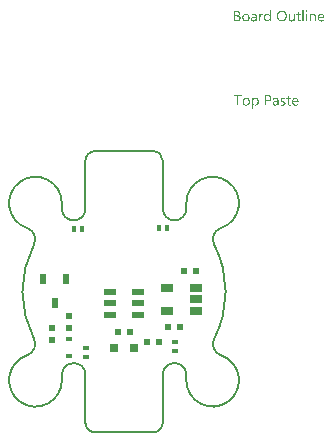
<source format=gtp>
G04*
G04 #@! TF.GenerationSoftware,Altium Limited,Altium Designer,21.8.1 (53)*
G04*
G04 Layer_Color=8421504*
%FSAX25Y25*%
%MOIN*%
G70*
G04*
G04 #@! TF.SameCoordinates,3D78823A-5127-4E2D-B847-EBBA5DFBE1E7*
G04*
G04*
G04 #@! TF.FilePolarity,Positive*
G04*
G01*
G75*
%ADD13C,0.00787*%
%ADD14R,0.03937X0.02362*%
%ADD15R,0.01968X0.02165*%
%ADD16R,0.01968X0.02165*%
%ADD17R,0.02165X0.01968*%
%ADD18R,0.02165X0.01968*%
%ADD19R,0.02362X0.03543*%
%ADD20R,0.01280X0.02461*%
%ADD21R,0.02461X0.01280*%
%ADD22R,0.02362X0.01575*%
%ADD23R,0.03937X0.02756*%
%ADD24R,0.02756X0.02756*%
G36*
X0060922Y0119764D02*
X0060946D01*
X0061002Y0119739D01*
X0061033Y0119720D01*
X0061064Y0119695D01*
X0061070Y0119689D01*
X0061076Y0119683D01*
X0061107Y0119646D01*
X0061132Y0119584D01*
X0061138Y0119547D01*
X0061145Y0119510D01*
Y0119503D01*
Y0119491D01*
X0061138Y0119473D01*
X0061132Y0119448D01*
X0061114Y0119386D01*
X0061089Y0119355D01*
X0061064Y0119324D01*
X0061058D01*
X0061052Y0119312D01*
X0061014Y0119287D01*
X0060959Y0119262D01*
X0060922Y0119256D01*
X0060884Y0119250D01*
X0060866D01*
X0060847Y0119256D01*
X0060823D01*
X0060761Y0119281D01*
X0060730Y0119293D01*
X0060699Y0119318D01*
Y0119324D01*
X0060686Y0119330D01*
X0060674Y0119349D01*
X0060662Y0119367D01*
X0060637Y0119429D01*
X0060631Y0119466D01*
X0060625Y0119510D01*
Y0119516D01*
Y0119528D01*
X0060631Y0119547D01*
X0060637Y0119578D01*
X0060655Y0119633D01*
X0060674Y0119665D01*
X0060699Y0119695D01*
X0060705Y0119702D01*
X0060711Y0119708D01*
X0060748Y0119733D01*
X0060810Y0119757D01*
X0060847Y0119770D01*
X0060903D01*
X0060922Y0119764D01*
D02*
G37*
G36*
X0048932Y0116099D02*
X0048529D01*
Y0116520D01*
X0048517D01*
Y0116514D01*
X0048504Y0116501D01*
X0048486Y0116477D01*
X0048467Y0116446D01*
X0048436Y0116409D01*
X0048399Y0116371D01*
X0048356Y0116328D01*
X0048307Y0116285D01*
X0048251Y0116235D01*
X0048183Y0116192D01*
X0048115Y0116155D01*
X0048034Y0116118D01*
X0047954Y0116087D01*
X0047861Y0116062D01*
X0047762Y0116050D01*
X0047657Y0116043D01*
X0047613D01*
X0047576Y0116050D01*
X0047539Y0116056D01*
X0047489Y0116062D01*
X0047384Y0116087D01*
X0047260Y0116124D01*
X0047137Y0116186D01*
X0047069Y0116223D01*
X0047013Y0116266D01*
X0046951Y0116322D01*
X0046895Y0116378D01*
Y0116384D01*
X0046883Y0116396D01*
X0046870Y0116415D01*
X0046852Y0116439D01*
X0046833Y0116470D01*
X0046808Y0116514D01*
X0046784Y0116563D01*
X0046759Y0116619D01*
X0046728Y0116681D01*
X0046703Y0116749D01*
X0046679Y0116823D01*
X0046660Y0116904D01*
X0046641Y0116990D01*
X0046629Y0117089D01*
X0046623Y0117189D01*
X0046617Y0117294D01*
Y0117300D01*
Y0117318D01*
Y0117356D01*
X0046623Y0117399D01*
X0046629Y0117448D01*
X0046635Y0117510D01*
X0046641Y0117578D01*
X0046654Y0117653D01*
X0046691Y0117814D01*
X0046747Y0117981D01*
X0046784Y0118061D01*
X0046827Y0118142D01*
X0046870Y0118216D01*
X0046926Y0118290D01*
X0046932Y0118297D01*
X0046938Y0118309D01*
X0046957Y0118327D01*
X0046982Y0118352D01*
X0047013Y0118377D01*
X0047056Y0118408D01*
X0047099Y0118445D01*
X0047149Y0118482D01*
X0047273Y0118550D01*
X0047415Y0118612D01*
X0047496Y0118631D01*
X0047582Y0118649D01*
X0047669Y0118662D01*
X0047768Y0118668D01*
X0047818D01*
X0047855Y0118662D01*
X0047892Y0118656D01*
X0047941Y0118649D01*
X0048053Y0118618D01*
X0048177Y0118569D01*
X0048238Y0118538D01*
X0048300Y0118495D01*
X0048362Y0118451D01*
X0048418Y0118395D01*
X0048467Y0118334D01*
X0048517Y0118259D01*
X0048529D01*
Y0119819D01*
X0048932D01*
Y0116099D01*
D02*
G37*
G36*
X0063200Y0118662D02*
X0063274Y0118656D01*
X0063367Y0118637D01*
X0063466Y0118606D01*
X0063571Y0118556D01*
X0063676Y0118488D01*
X0063720Y0118451D01*
X0063763Y0118402D01*
X0063775Y0118389D01*
X0063800Y0118352D01*
X0063831Y0118290D01*
X0063874Y0118204D01*
X0063911Y0118098D01*
X0063949Y0117968D01*
X0063973Y0117814D01*
X0063980Y0117634D01*
Y0116099D01*
X0063577D01*
Y0117529D01*
Y0117535D01*
Y0117566D01*
X0063571Y0117603D01*
Y0117653D01*
X0063559Y0117715D01*
X0063546Y0117783D01*
X0063528Y0117857D01*
X0063503Y0117931D01*
X0063472Y0118006D01*
X0063435Y0118074D01*
X0063385Y0118142D01*
X0063330Y0118204D01*
X0063268Y0118253D01*
X0063187Y0118290D01*
X0063101Y0118321D01*
X0062995Y0118327D01*
X0062983D01*
X0062946Y0118321D01*
X0062890Y0118315D01*
X0062822Y0118297D01*
X0062742Y0118272D01*
X0062655Y0118228D01*
X0062574Y0118173D01*
X0062494Y0118098D01*
X0062488Y0118086D01*
X0062463Y0118061D01*
X0062432Y0118012D01*
X0062395Y0117944D01*
X0062358Y0117863D01*
X0062327Y0117764D01*
X0062302Y0117653D01*
X0062296Y0117529D01*
Y0116099D01*
X0061893D01*
Y0118612D01*
X0062296D01*
Y0118191D01*
X0062308D01*
X0062314Y0118197D01*
X0062321Y0118210D01*
X0062339Y0118235D01*
X0062364Y0118265D01*
X0062389Y0118303D01*
X0062426Y0118340D01*
X0062469Y0118383D01*
X0062519Y0118433D01*
X0062574Y0118476D01*
X0062636Y0118519D01*
X0062704Y0118556D01*
X0062779Y0118594D01*
X0062853Y0118624D01*
X0062940Y0118649D01*
X0063033Y0118662D01*
X0063131Y0118668D01*
X0063169D01*
X0063200Y0118662D01*
D02*
G37*
G36*
X0046202Y0118649D02*
X0046276Y0118643D01*
X0046319Y0118631D01*
X0046350Y0118618D01*
Y0118204D01*
X0046344Y0118210D01*
X0046332Y0118216D01*
X0046307Y0118228D01*
X0046276Y0118247D01*
X0046233Y0118259D01*
X0046177Y0118272D01*
X0046115Y0118278D01*
X0046047Y0118284D01*
X0046035D01*
X0046004Y0118278D01*
X0045954Y0118272D01*
X0045899Y0118253D01*
X0045824Y0118222D01*
X0045756Y0118179D01*
X0045682Y0118117D01*
X0045614Y0118036D01*
X0045608Y0118024D01*
X0045589Y0117993D01*
X0045558Y0117938D01*
X0045527Y0117863D01*
X0045496Y0117770D01*
X0045465Y0117653D01*
X0045447Y0117523D01*
X0045441Y0117374D01*
Y0116099D01*
X0045038D01*
Y0118612D01*
X0045441D01*
Y0118092D01*
X0045453D01*
Y0118098D01*
X0045459Y0118105D01*
X0045471Y0118135D01*
X0045490Y0118185D01*
X0045521Y0118247D01*
X0045552Y0118309D01*
X0045601Y0118377D01*
X0045651Y0118445D01*
X0045713Y0118507D01*
X0045719Y0118513D01*
X0045744Y0118532D01*
X0045781Y0118556D01*
X0045831Y0118581D01*
X0045886Y0118606D01*
X0045954Y0118631D01*
X0046029Y0118649D01*
X0046109Y0118656D01*
X0046165D01*
X0046202Y0118649D01*
D02*
G37*
G36*
X0056941Y0116099D02*
X0056539D01*
Y0116495D01*
X0056527D01*
Y0116489D01*
X0056514Y0116477D01*
X0056502Y0116452D01*
X0056477Y0116427D01*
X0056422Y0116353D01*
X0056335Y0116272D01*
X0056285Y0116229D01*
X0056230Y0116186D01*
X0056168Y0116149D01*
X0056094Y0116111D01*
X0056019Y0116087D01*
X0055939Y0116062D01*
X0055846Y0116050D01*
X0055753Y0116043D01*
X0055716D01*
X0055673Y0116050D01*
X0055611Y0116062D01*
X0055543Y0116074D01*
X0055468Y0116099D01*
X0055388Y0116130D01*
X0055307Y0116180D01*
X0055221Y0116235D01*
X0055140Y0116303D01*
X0055066Y0116390D01*
X0054998Y0116495D01*
X0054936Y0116613D01*
X0054893Y0116755D01*
X0054868Y0116922D01*
X0054856Y0117009D01*
Y0117108D01*
Y0118612D01*
X0055252D01*
Y0117170D01*
Y0117164D01*
Y0117139D01*
X0055258Y0117096D01*
X0055264Y0117046D01*
X0055270Y0116984D01*
X0055283Y0116922D01*
X0055301Y0116848D01*
X0055326Y0116774D01*
X0055363Y0116700D01*
X0055400Y0116631D01*
X0055450Y0116563D01*
X0055512Y0116501D01*
X0055580Y0116452D01*
X0055660Y0116415D01*
X0055759Y0116384D01*
X0055864Y0116378D01*
X0055877D01*
X0055914Y0116384D01*
X0055970Y0116390D01*
X0056032Y0116402D01*
X0056112Y0116433D01*
X0056192Y0116470D01*
X0056273Y0116520D01*
X0056347Y0116594D01*
X0056353Y0116607D01*
X0056378Y0116631D01*
X0056409Y0116681D01*
X0056446Y0116749D01*
X0056477Y0116829D01*
X0056508Y0116929D01*
X0056533Y0117040D01*
X0056539Y0117164D01*
Y0118612D01*
X0056941D01*
Y0116099D01*
D02*
G37*
G36*
X0061076D02*
X0060674D01*
Y0118612D01*
X0061076D01*
Y0116099D01*
D02*
G37*
G36*
X0059857D02*
X0059455D01*
Y0119819D01*
X0059857D01*
Y0116099D01*
D02*
G37*
G36*
X0043478Y0118662D02*
X0043534Y0118656D01*
X0043602Y0118637D01*
X0043676Y0118618D01*
X0043757Y0118587D01*
X0043843Y0118550D01*
X0043924Y0118501D01*
X0044004Y0118439D01*
X0044079Y0118365D01*
X0044147Y0118272D01*
X0044203Y0118166D01*
X0044246Y0118043D01*
X0044271Y0117900D01*
X0044283Y0117733D01*
Y0116099D01*
X0043881D01*
Y0116489D01*
X0043868D01*
Y0116483D01*
X0043856Y0116470D01*
X0043843Y0116446D01*
X0043819Y0116421D01*
X0043757Y0116347D01*
X0043676Y0116266D01*
X0043565Y0116186D01*
X0043435Y0116111D01*
X0043354Y0116087D01*
X0043274Y0116062D01*
X0043187Y0116050D01*
X0043095Y0116043D01*
X0043057D01*
X0043033Y0116050D01*
X0042965Y0116056D01*
X0042884Y0116068D01*
X0042785Y0116093D01*
X0042692Y0116124D01*
X0042593Y0116173D01*
X0042506Y0116235D01*
X0042500Y0116248D01*
X0042476Y0116272D01*
X0042438Y0116316D01*
X0042401Y0116378D01*
X0042364Y0116452D01*
X0042327Y0116539D01*
X0042302Y0116644D01*
X0042296Y0116761D01*
Y0116768D01*
Y0116792D01*
X0042302Y0116829D01*
X0042308Y0116873D01*
X0042321Y0116929D01*
X0042339Y0116990D01*
X0042364Y0117059D01*
X0042401Y0117127D01*
X0042445Y0117201D01*
X0042500Y0117275D01*
X0042568Y0117343D01*
X0042649Y0117405D01*
X0042742Y0117467D01*
X0042853Y0117517D01*
X0042977Y0117554D01*
X0043125Y0117585D01*
X0043881Y0117690D01*
Y0117696D01*
Y0117715D01*
X0043874Y0117752D01*
Y0117789D01*
X0043862Y0117838D01*
X0043856Y0117894D01*
X0043819Y0118012D01*
X0043788Y0118068D01*
X0043757Y0118123D01*
X0043714Y0118179D01*
X0043664Y0118228D01*
X0043602Y0118272D01*
X0043534Y0118303D01*
X0043453Y0118321D01*
X0043361Y0118327D01*
X0043317D01*
X0043286Y0118321D01*
X0043243D01*
X0043200Y0118309D01*
X0043088Y0118290D01*
X0042965Y0118253D01*
X0042828Y0118197D01*
X0042754Y0118160D01*
X0042686Y0118123D01*
X0042612Y0118074D01*
X0042544Y0118018D01*
Y0118433D01*
X0042550D01*
X0042562Y0118445D01*
X0042581Y0118457D01*
X0042612Y0118470D01*
X0042643Y0118488D01*
X0042686Y0118507D01*
X0042735Y0118526D01*
X0042791Y0118550D01*
X0042915Y0118594D01*
X0043064Y0118631D01*
X0043224Y0118656D01*
X0043398Y0118668D01*
X0043435D01*
X0043478Y0118662D01*
D02*
G37*
G36*
X0037790Y0119609D02*
X0037833D01*
X0037876Y0119603D01*
X0037975Y0119590D01*
X0038093Y0119559D01*
X0038217Y0119522D01*
X0038334Y0119466D01*
X0038440Y0119392D01*
X0038446D01*
X0038452Y0119380D01*
X0038483Y0119355D01*
X0038526Y0119305D01*
X0038576Y0119237D01*
X0038619Y0119151D01*
X0038662Y0119052D01*
X0038693Y0118940D01*
X0038706Y0118878D01*
Y0118810D01*
Y0118804D01*
Y0118798D01*
Y0118761D01*
X0038700Y0118705D01*
X0038687Y0118637D01*
X0038669Y0118550D01*
X0038638Y0118464D01*
X0038601Y0118377D01*
X0038545Y0118290D01*
X0038539Y0118278D01*
X0038514Y0118253D01*
X0038477Y0118216D01*
X0038427Y0118166D01*
X0038365Y0118117D01*
X0038291Y0118061D01*
X0038198Y0118018D01*
X0038099Y0117975D01*
Y0117968D01*
X0038118D01*
X0038136Y0117962D01*
X0038155Y0117956D01*
X0038223Y0117944D01*
X0038303Y0117919D01*
X0038390Y0117882D01*
X0038483Y0117838D01*
X0038576Y0117777D01*
X0038662Y0117696D01*
X0038675Y0117684D01*
X0038700Y0117653D01*
X0038730Y0117609D01*
X0038774Y0117541D01*
X0038811Y0117455D01*
X0038848Y0117356D01*
X0038873Y0117238D01*
X0038879Y0117108D01*
Y0117102D01*
Y0117089D01*
Y0117065D01*
X0038873Y0117034D01*
X0038867Y0116997D01*
X0038860Y0116953D01*
X0038836Y0116848D01*
X0038799Y0116730D01*
X0038743Y0116607D01*
X0038706Y0116551D01*
X0038662Y0116489D01*
X0038607Y0116433D01*
X0038551Y0116378D01*
X0038545D01*
X0038539Y0116365D01*
X0038520Y0116353D01*
X0038495Y0116334D01*
X0038464Y0116316D01*
X0038421Y0116291D01*
X0038328Y0116241D01*
X0038211Y0116186D01*
X0038074Y0116142D01*
X0037914Y0116111D01*
X0037833Y0116105D01*
X0037740Y0116099D01*
X0036713D01*
Y0119615D01*
X0037759D01*
X0037790Y0119609D01*
D02*
G37*
G36*
X0058285Y0118612D02*
X0058922D01*
Y0118265D01*
X0058285D01*
Y0116848D01*
Y0116836D01*
Y0116805D01*
X0058291Y0116761D01*
X0058297Y0116706D01*
X0058322Y0116588D01*
X0058340Y0116532D01*
X0058371Y0116489D01*
X0058378Y0116483D01*
X0058390Y0116470D01*
X0058408Y0116458D01*
X0058439Y0116439D01*
X0058477Y0116415D01*
X0058526Y0116402D01*
X0058588Y0116390D01*
X0058656Y0116384D01*
X0058681D01*
X0058712Y0116390D01*
X0058749Y0116396D01*
X0058836Y0116421D01*
X0058879Y0116439D01*
X0058922Y0116464D01*
Y0116118D01*
X0058916D01*
X0058898Y0116105D01*
X0058867Y0116099D01*
X0058823Y0116087D01*
X0058768Y0116074D01*
X0058706Y0116062D01*
X0058631Y0116056D01*
X0058545Y0116050D01*
X0058514D01*
X0058483Y0116056D01*
X0058439Y0116062D01*
X0058390Y0116074D01*
X0058334Y0116087D01*
X0058279Y0116111D01*
X0058217Y0116142D01*
X0058155Y0116180D01*
X0058093Y0116229D01*
X0058037Y0116285D01*
X0057988Y0116359D01*
X0057944Y0116439D01*
X0057913Y0116539D01*
X0057889Y0116650D01*
X0057882Y0116780D01*
Y0118265D01*
X0057455D01*
Y0118612D01*
X0057882D01*
Y0119225D01*
X0058285Y0119355D01*
Y0118612D01*
D02*
G37*
G36*
X0065812Y0118662D02*
X0065855Y0118656D01*
X0065898Y0118649D01*
X0066010Y0118631D01*
X0066134Y0118587D01*
X0066258Y0118532D01*
X0066319Y0118495D01*
X0066381Y0118451D01*
X0066437Y0118402D01*
X0066493Y0118346D01*
X0066499Y0118340D01*
X0066505Y0118334D01*
X0066517Y0118315D01*
X0066536Y0118290D01*
X0066555Y0118253D01*
X0066579Y0118216D01*
X0066604Y0118173D01*
X0066629Y0118117D01*
X0066654Y0118055D01*
X0066678Y0117993D01*
X0066703Y0117919D01*
X0066722Y0117838D01*
X0066740Y0117752D01*
X0066753Y0117665D01*
X0066765Y0117566D01*
Y0117461D01*
Y0117250D01*
X0064988D01*
Y0117244D01*
Y0117232D01*
Y0117213D01*
X0064995Y0117182D01*
X0065001Y0117145D01*
Y0117108D01*
X0065020Y0117009D01*
X0065050Y0116910D01*
X0065087Y0116798D01*
X0065143Y0116693D01*
X0065211Y0116600D01*
X0065224Y0116588D01*
X0065249Y0116563D01*
X0065298Y0116532D01*
X0065366Y0116489D01*
X0065453Y0116446D01*
X0065552Y0116415D01*
X0065669Y0116390D01*
X0065806Y0116378D01*
X0065849D01*
X0065880Y0116384D01*
X0065917D01*
X0065960Y0116390D01*
X0066066Y0116415D01*
X0066183Y0116446D01*
X0066313Y0116495D01*
X0066449Y0116563D01*
X0066517Y0116607D01*
X0066585Y0116656D01*
Y0116279D01*
X0066579D01*
X0066573Y0116266D01*
X0066555Y0116260D01*
X0066524Y0116241D01*
X0066493Y0116223D01*
X0066456Y0116204D01*
X0066406Y0116186D01*
X0066356Y0116161D01*
X0066295Y0116136D01*
X0066227Y0116118D01*
X0066078Y0116080D01*
X0065905Y0116056D01*
X0065713Y0116043D01*
X0065663D01*
X0065626Y0116050D01*
X0065583Y0116056D01*
X0065527Y0116062D01*
X0065409Y0116087D01*
X0065273Y0116124D01*
X0065137Y0116186D01*
X0065069Y0116229D01*
X0065001Y0116272D01*
X0064939Y0116322D01*
X0064877Y0116384D01*
X0064871Y0116390D01*
X0064865Y0116402D01*
X0064852Y0116421D01*
X0064828Y0116446D01*
X0064809Y0116483D01*
X0064784Y0116526D01*
X0064753Y0116576D01*
X0064728Y0116631D01*
X0064698Y0116693D01*
X0064673Y0116768D01*
X0064642Y0116848D01*
X0064623Y0116935D01*
X0064605Y0117027D01*
X0064586Y0117127D01*
X0064580Y0117232D01*
X0064574Y0117343D01*
Y0117349D01*
Y0117368D01*
Y0117399D01*
X0064580Y0117442D01*
X0064586Y0117492D01*
X0064592Y0117548D01*
X0064599Y0117616D01*
X0064617Y0117684D01*
X0064654Y0117832D01*
X0064710Y0117993D01*
X0064747Y0118074D01*
X0064797Y0118148D01*
X0064846Y0118228D01*
X0064902Y0118297D01*
X0064908Y0118303D01*
X0064920Y0118315D01*
X0064939Y0118334D01*
X0064964Y0118352D01*
X0064995Y0118383D01*
X0065032Y0118414D01*
X0065081Y0118445D01*
X0065131Y0118482D01*
X0065249Y0118550D01*
X0065391Y0118612D01*
X0065471Y0118631D01*
X0065552Y0118649D01*
X0065639Y0118662D01*
X0065731Y0118668D01*
X0065781D01*
X0065812Y0118662D01*
D02*
G37*
G36*
X0052769Y0119671D02*
X0052831Y0119665D01*
X0052906Y0119652D01*
X0052986Y0119633D01*
X0053073Y0119615D01*
X0053159Y0119590D01*
X0053259Y0119559D01*
X0053351Y0119516D01*
X0053450Y0119466D01*
X0053549Y0119411D01*
X0053642Y0119343D01*
X0053735Y0119268D01*
X0053822Y0119182D01*
X0053828Y0119176D01*
X0053840Y0119157D01*
X0053865Y0119132D01*
X0053890Y0119095D01*
X0053927Y0119045D01*
X0053964Y0118984D01*
X0054001Y0118915D01*
X0054045Y0118841D01*
X0054088Y0118748D01*
X0054125Y0118656D01*
X0054162Y0118550D01*
X0054199Y0118433D01*
X0054224Y0118315D01*
X0054249Y0118185D01*
X0054261Y0118043D01*
X0054267Y0117900D01*
Y0117888D01*
Y0117863D01*
Y0117820D01*
X0054261Y0117758D01*
X0054255Y0117684D01*
X0054243Y0117603D01*
X0054230Y0117510D01*
X0054212Y0117405D01*
X0054187Y0117300D01*
X0054156Y0117189D01*
X0054119Y0117077D01*
X0054075Y0116966D01*
X0054020Y0116848D01*
X0053958Y0116743D01*
X0053890Y0116638D01*
X0053809Y0116539D01*
X0053803Y0116532D01*
X0053791Y0116520D01*
X0053760Y0116495D01*
X0053729Y0116464D01*
X0053679Y0116421D01*
X0053624Y0116384D01*
X0053562Y0116334D01*
X0053487Y0116291D01*
X0053407Y0116248D01*
X0053314Y0116198D01*
X0053215Y0116161D01*
X0053104Y0116124D01*
X0052986Y0116087D01*
X0052862Y0116062D01*
X0052732Y0116050D01*
X0052590Y0116043D01*
X0052559D01*
X0052516Y0116050D01*
X0052466D01*
X0052404Y0116056D01*
X0052330Y0116068D01*
X0052249Y0116087D01*
X0052157Y0116105D01*
X0052064Y0116130D01*
X0051965Y0116161D01*
X0051866Y0116204D01*
X0051767Y0116248D01*
X0051668Y0116303D01*
X0051569Y0116371D01*
X0051476Y0116446D01*
X0051389Y0116532D01*
X0051383Y0116539D01*
X0051371Y0116557D01*
X0051346Y0116582D01*
X0051321Y0116619D01*
X0051284Y0116668D01*
X0051247Y0116730D01*
X0051210Y0116798D01*
X0051166Y0116879D01*
X0051123Y0116966D01*
X0051086Y0117059D01*
X0051049Y0117164D01*
X0051012Y0117281D01*
X0050987Y0117399D01*
X0050962Y0117529D01*
X0050950Y0117671D01*
X0050943Y0117814D01*
Y0117826D01*
Y0117851D01*
X0050950Y0117894D01*
Y0117956D01*
X0050956Y0118024D01*
X0050968Y0118111D01*
X0050981Y0118204D01*
X0050999Y0118303D01*
X0051024Y0118408D01*
X0051055Y0118519D01*
X0051092Y0118631D01*
X0051135Y0118742D01*
X0051191Y0118854D01*
X0051253Y0118965D01*
X0051321Y0119070D01*
X0051402Y0119169D01*
X0051408Y0119176D01*
X0051420Y0119194D01*
X0051451Y0119219D01*
X0051488Y0119250D01*
X0051531Y0119287D01*
X0051587Y0119330D01*
X0051655Y0119374D01*
X0051730Y0119423D01*
X0051816Y0119473D01*
X0051909Y0119516D01*
X0052008Y0119559D01*
X0052119Y0119596D01*
X0052243Y0119627D01*
X0052373Y0119658D01*
X0052509Y0119671D01*
X0052652Y0119677D01*
X0052720D01*
X0052769Y0119671D01*
D02*
G37*
G36*
X0040742Y0118662D02*
X0040786Y0118656D01*
X0040841Y0118649D01*
X0040965Y0118624D01*
X0041107Y0118581D01*
X0041250Y0118519D01*
X0041324Y0118482D01*
X0041392Y0118439D01*
X0041460Y0118383D01*
X0041522Y0118321D01*
X0041528Y0118315D01*
X0041535Y0118303D01*
X0041553Y0118284D01*
X0041572Y0118259D01*
X0041596Y0118222D01*
X0041621Y0118179D01*
X0041652Y0118129D01*
X0041683Y0118074D01*
X0041708Y0118006D01*
X0041739Y0117938D01*
X0041764Y0117857D01*
X0041788Y0117770D01*
X0041807Y0117677D01*
X0041826Y0117578D01*
X0041832Y0117473D01*
X0041838Y0117362D01*
Y0117356D01*
Y0117337D01*
Y0117306D01*
X0041832Y0117263D01*
X0041826Y0117213D01*
X0041819Y0117151D01*
X0041807Y0117089D01*
X0041795Y0117015D01*
X0041757Y0116867D01*
X0041695Y0116706D01*
X0041658Y0116625D01*
X0041609Y0116545D01*
X0041559Y0116470D01*
X0041497Y0116402D01*
X0041491Y0116396D01*
X0041479Y0116390D01*
X0041460Y0116371D01*
X0041436Y0116347D01*
X0041398Y0116322D01*
X0041361Y0116291D01*
X0041312Y0116254D01*
X0041256Y0116223D01*
X0041194Y0116192D01*
X0041126Y0116155D01*
X0041052Y0116124D01*
X0040971Y0116099D01*
X0040885Y0116074D01*
X0040792Y0116062D01*
X0040693Y0116050D01*
X0040587Y0116043D01*
X0040532D01*
X0040495Y0116050D01*
X0040451Y0116056D01*
X0040396Y0116062D01*
X0040334Y0116074D01*
X0040266Y0116087D01*
X0040123Y0116130D01*
X0039975Y0116192D01*
X0039900Y0116229D01*
X0039832Y0116279D01*
X0039764Y0116328D01*
X0039696Y0116390D01*
X0039690Y0116396D01*
X0039684Y0116409D01*
X0039665Y0116427D01*
X0039647Y0116452D01*
X0039622Y0116489D01*
X0039591Y0116532D01*
X0039560Y0116582D01*
X0039535Y0116638D01*
X0039504Y0116706D01*
X0039473Y0116774D01*
X0039442Y0116848D01*
X0039418Y0116935D01*
X0039380Y0117120D01*
X0039374Y0117219D01*
X0039368Y0117325D01*
Y0117331D01*
Y0117356D01*
Y0117387D01*
X0039374Y0117430D01*
X0039380Y0117479D01*
X0039387Y0117541D01*
X0039399Y0117609D01*
X0039411Y0117684D01*
X0039449Y0117845D01*
X0039511Y0118006D01*
X0039554Y0118086D01*
X0039597Y0118166D01*
X0039647Y0118241D01*
X0039709Y0118309D01*
X0039715Y0118315D01*
X0039727Y0118327D01*
X0039746Y0118340D01*
X0039770Y0118365D01*
X0039808Y0118389D01*
X0039851Y0118420D01*
X0039900Y0118457D01*
X0039956Y0118488D01*
X0040018Y0118519D01*
X0040092Y0118556D01*
X0040167Y0118587D01*
X0040253Y0118612D01*
X0040340Y0118637D01*
X0040439Y0118656D01*
X0040544Y0118662D01*
X0040649Y0118668D01*
X0040705D01*
X0040742Y0118662D01*
D02*
G37*
G36*
X0043955Y0090623D02*
X0043998Y0090617D01*
X0044042Y0090611D01*
X0044153Y0090586D01*
X0044277Y0090549D01*
X0044401Y0090487D01*
X0044462Y0090450D01*
X0044524Y0090401D01*
X0044580Y0090351D01*
X0044636Y0090289D01*
X0044642Y0090283D01*
X0044648Y0090277D01*
X0044661Y0090252D01*
X0044679Y0090227D01*
X0044698Y0090196D01*
X0044722Y0090153D01*
X0044747Y0090104D01*
X0044772Y0090054D01*
X0044797Y0089992D01*
X0044822Y0089924D01*
X0044846Y0089850D01*
X0044865Y0089769D01*
X0044896Y0089590D01*
X0044908Y0089491D01*
Y0089385D01*
Y0089379D01*
Y0089361D01*
Y0089324D01*
X0044902Y0089280D01*
Y0089231D01*
X0044890Y0089169D01*
X0044883Y0089101D01*
X0044871Y0089026D01*
X0044834Y0088866D01*
X0044778Y0088698D01*
X0044741Y0088618D01*
X0044704Y0088537D01*
X0044654Y0088457D01*
X0044599Y0088383D01*
X0044592Y0088376D01*
X0044586Y0088364D01*
X0044568Y0088345D01*
X0044543Y0088327D01*
X0044512Y0088296D01*
X0044475Y0088265D01*
X0044431Y0088228D01*
X0044382Y0088197D01*
X0044326Y0088160D01*
X0044264Y0088123D01*
X0044116Y0088067D01*
X0044035Y0088042D01*
X0043955Y0088024D01*
X0043862Y0088011D01*
X0043763Y0088005D01*
X0043714D01*
X0043683Y0088011D01*
X0043639Y0088017D01*
X0043596Y0088030D01*
X0043484Y0088055D01*
X0043367Y0088104D01*
X0043299Y0088141D01*
X0043237Y0088178D01*
X0043175Y0088228D01*
X0043119Y0088284D01*
X0043057Y0088345D01*
X0043008Y0088420D01*
X0042995D01*
Y0086910D01*
X0042593D01*
Y0090574D01*
X0042995D01*
Y0090128D01*
X0043008D01*
X0043014Y0090135D01*
X0043020Y0090153D01*
X0043039Y0090178D01*
X0043064Y0090209D01*
X0043095Y0090246D01*
X0043132Y0090289D01*
X0043175Y0090333D01*
X0043231Y0090382D01*
X0043286Y0090425D01*
X0043348Y0090469D01*
X0043423Y0090512D01*
X0043497Y0090549D01*
X0043584Y0090586D01*
X0043676Y0090611D01*
X0043769Y0090623D01*
X0043874Y0090630D01*
X0043924D01*
X0043955Y0090623D01*
D02*
G37*
G36*
X0053228D02*
X0053308Y0090617D01*
X0053395Y0090605D01*
X0053494Y0090580D01*
X0053593Y0090555D01*
X0053692Y0090518D01*
Y0090110D01*
X0053679Y0090116D01*
X0053642Y0090141D01*
X0053587Y0090165D01*
X0053512Y0090202D01*
X0053419Y0090233D01*
X0053308Y0090264D01*
X0053184Y0090283D01*
X0053054Y0090289D01*
X0052986D01*
X0052924Y0090277D01*
X0052850Y0090264D01*
X0052844D01*
X0052838Y0090258D01*
X0052800Y0090246D01*
X0052751Y0090221D01*
X0052695Y0090190D01*
X0052683Y0090184D01*
X0052658Y0090159D01*
X0052627Y0090122D01*
X0052596Y0090079D01*
X0052590Y0090066D01*
X0052578Y0090035D01*
X0052565Y0089992D01*
X0052559Y0089936D01*
Y0089930D01*
Y0089918D01*
Y0089899D01*
X0052565Y0089881D01*
X0052578Y0089825D01*
X0052596Y0089769D01*
X0052602Y0089757D01*
X0052621Y0089732D01*
X0052658Y0089695D01*
X0052701Y0089652D01*
X0052708D01*
X0052714Y0089645D01*
X0052751Y0089621D01*
X0052800Y0089590D01*
X0052868Y0089559D01*
X0052875D01*
X0052887Y0089553D01*
X0052906Y0089546D01*
X0052937Y0089534D01*
X0053005Y0089509D01*
X0053091Y0089472D01*
X0053097D01*
X0053122Y0089460D01*
X0053153Y0089447D01*
X0053190Y0089435D01*
X0053289Y0089392D01*
X0053389Y0089342D01*
X0053395D01*
X0053413Y0089330D01*
X0053438Y0089317D01*
X0053469Y0089299D01*
X0053543Y0089249D01*
X0053618Y0089187D01*
X0053624Y0089181D01*
X0053636Y0089175D01*
X0053648Y0089156D01*
X0053673Y0089132D01*
X0053716Y0089070D01*
X0053760Y0088989D01*
Y0088983D01*
X0053766Y0088971D01*
X0053778Y0088946D01*
X0053785Y0088915D01*
X0053797Y0088878D01*
X0053803Y0088835D01*
X0053809Y0088729D01*
Y0088723D01*
Y0088698D01*
X0053803Y0088661D01*
X0053797Y0088618D01*
X0053791Y0088568D01*
X0053772Y0088513D01*
X0053754Y0088463D01*
X0053723Y0088407D01*
X0053716Y0088401D01*
X0053710Y0088383D01*
X0053692Y0088358D01*
X0053667Y0088327D01*
X0053636Y0088290D01*
X0053599Y0088253D01*
X0053506Y0088178D01*
X0053500Y0088172D01*
X0053481Y0088166D01*
X0053456Y0088147D01*
X0053413Y0088129D01*
X0053370Y0088104D01*
X0053314Y0088086D01*
X0053259Y0088067D01*
X0053190Y0088048D01*
X0053184D01*
X0053159Y0088042D01*
X0053122Y0088036D01*
X0053079Y0088030D01*
X0053017Y0088017D01*
X0052955Y0088011D01*
X0052813Y0088005D01*
X0052751D01*
X0052677Y0088011D01*
X0052584Y0088024D01*
X0052478Y0088042D01*
X0052367Y0088067D01*
X0052256Y0088098D01*
X0052144Y0088147D01*
Y0088581D01*
X0052150D01*
X0052157Y0088568D01*
X0052175Y0088556D01*
X0052200Y0088544D01*
X0052268Y0088507D01*
X0052361Y0088463D01*
X0052466Y0088414D01*
X0052590Y0088376D01*
X0052726Y0088352D01*
X0052868Y0088339D01*
X0052918D01*
X0052949Y0088345D01*
X0053036Y0088358D01*
X0053135Y0088383D01*
X0053228Y0088426D01*
X0053271Y0088457D01*
X0053314Y0088488D01*
X0053345Y0088531D01*
X0053370Y0088575D01*
X0053389Y0088630D01*
X0053395Y0088692D01*
Y0088698D01*
Y0088711D01*
Y0088729D01*
X0053389Y0088748D01*
X0053376Y0088804D01*
X0053351Y0088859D01*
Y0088866D01*
X0053345Y0088872D01*
X0053320Y0088903D01*
X0053283Y0088946D01*
X0053228Y0088983D01*
X0053221D01*
X0053215Y0088995D01*
X0053178Y0089014D01*
X0053122Y0089051D01*
X0053048Y0089082D01*
X0053042D01*
X0053029Y0089088D01*
X0053011Y0089101D01*
X0052980Y0089113D01*
X0052912Y0089138D01*
X0052825Y0089175D01*
X0052819D01*
X0052794Y0089187D01*
X0052763Y0089200D01*
X0052726Y0089212D01*
X0052627Y0089255D01*
X0052528Y0089305D01*
X0052522Y0089311D01*
X0052509Y0089317D01*
X0052485Y0089330D01*
X0052454Y0089348D01*
X0052386Y0089398D01*
X0052318Y0089454D01*
X0052311Y0089460D01*
X0052305Y0089466D01*
X0052287Y0089485D01*
X0052268Y0089509D01*
X0052225Y0089571D01*
X0052188Y0089645D01*
Y0089652D01*
X0052181Y0089664D01*
X0052175Y0089689D01*
X0052169Y0089720D01*
X0052163Y0089757D01*
X0052157Y0089800D01*
X0052150Y0089905D01*
Y0089912D01*
Y0089936D01*
X0052157Y0089967D01*
X0052163Y0090011D01*
X0052169Y0090060D01*
X0052188Y0090110D01*
X0052206Y0090165D01*
X0052231Y0090215D01*
X0052237Y0090221D01*
X0052243Y0090240D01*
X0052262Y0090264D01*
X0052287Y0090295D01*
X0052355Y0090370D01*
X0052441Y0090444D01*
X0052448Y0090450D01*
X0052466Y0090456D01*
X0052491Y0090475D01*
X0052534Y0090494D01*
X0052578Y0090518D01*
X0052627Y0090543D01*
X0052751Y0090580D01*
X0052757D01*
X0052782Y0090586D01*
X0052813Y0090599D01*
X0052862Y0090605D01*
X0052912Y0090617D01*
X0052974Y0090623D01*
X0053110Y0090630D01*
X0053166D01*
X0053228Y0090623D01*
D02*
G37*
G36*
X0050733D02*
X0050789Y0090617D01*
X0050857Y0090599D01*
X0050931Y0090580D01*
X0051012Y0090549D01*
X0051098Y0090512D01*
X0051179Y0090462D01*
X0051259Y0090401D01*
X0051333Y0090326D01*
X0051402Y0090233D01*
X0051457Y0090128D01*
X0051500Y0090004D01*
X0051525Y0089862D01*
X0051538Y0089695D01*
Y0088061D01*
X0051135D01*
Y0088451D01*
X0051123D01*
Y0088445D01*
X0051111Y0088432D01*
X0051098Y0088407D01*
X0051073Y0088383D01*
X0051012Y0088308D01*
X0050931Y0088228D01*
X0050820Y0088147D01*
X0050690Y0088073D01*
X0050609Y0088048D01*
X0050529Y0088024D01*
X0050442Y0088011D01*
X0050349Y0088005D01*
X0050312D01*
X0050287Y0088011D01*
X0050219Y0088017D01*
X0050139Y0088030D01*
X0050040Y0088055D01*
X0049947Y0088086D01*
X0049848Y0088135D01*
X0049761Y0088197D01*
X0049755Y0088209D01*
X0049730Y0088234D01*
X0049693Y0088277D01*
X0049656Y0088339D01*
X0049619Y0088414D01*
X0049582Y0088500D01*
X0049557Y0088605D01*
X0049551Y0088723D01*
Y0088729D01*
Y0088754D01*
X0049557Y0088791D01*
X0049563Y0088835D01*
X0049575Y0088890D01*
X0049594Y0088952D01*
X0049619Y0089020D01*
X0049656Y0089088D01*
X0049699Y0089163D01*
X0049755Y0089237D01*
X0049823Y0089305D01*
X0049904Y0089367D01*
X0049996Y0089429D01*
X0050108Y0089478D01*
X0050231Y0089515D01*
X0050380Y0089546D01*
X0051135Y0089652D01*
Y0089658D01*
Y0089676D01*
X0051129Y0089714D01*
Y0089751D01*
X0051117Y0089800D01*
X0051111Y0089856D01*
X0051073Y0089973D01*
X0051042Y0090029D01*
X0051012Y0090085D01*
X0050968Y0090141D01*
X0050919Y0090190D01*
X0050857Y0090233D01*
X0050789Y0090264D01*
X0050708Y0090283D01*
X0050615Y0090289D01*
X0050572D01*
X0050541Y0090283D01*
X0050498D01*
X0050454Y0090271D01*
X0050343Y0090252D01*
X0050219Y0090215D01*
X0050083Y0090159D01*
X0050009Y0090122D01*
X0049941Y0090085D01*
X0049866Y0090035D01*
X0049798Y0089980D01*
Y0090394D01*
X0049804D01*
X0049817Y0090407D01*
X0049835Y0090419D01*
X0049866Y0090432D01*
X0049897Y0090450D01*
X0049941Y0090469D01*
X0049990Y0090487D01*
X0050046Y0090512D01*
X0050170Y0090555D01*
X0050318Y0090592D01*
X0050479Y0090617D01*
X0050652Y0090630D01*
X0050690D01*
X0050733Y0090623D01*
D02*
G37*
G36*
X0048034Y0091571D02*
X0048084D01*
X0048133Y0091564D01*
X0048263Y0091540D01*
X0048399Y0091509D01*
X0048548Y0091459D01*
X0048690Y0091391D01*
X0048752Y0091348D01*
X0048814Y0091298D01*
X0048820D01*
X0048826Y0091286D01*
X0048845Y0091267D01*
X0048864Y0091249D01*
X0048913Y0091187D01*
X0048975Y0091100D01*
X0049031Y0090989D01*
X0049080Y0090859D01*
X0049117Y0090704D01*
X0049123Y0090617D01*
X0049130Y0090524D01*
Y0090518D01*
Y0090500D01*
Y0090475D01*
X0049123Y0090444D01*
X0049117Y0090401D01*
X0049111Y0090351D01*
X0049086Y0090233D01*
X0049043Y0090104D01*
X0048981Y0089967D01*
X0048944Y0089899D01*
X0048901Y0089831D01*
X0048845Y0089763D01*
X0048783Y0089701D01*
X0048777Y0089695D01*
X0048765Y0089689D01*
X0048746Y0089670D01*
X0048721Y0089652D01*
X0048684Y0089627D01*
X0048641Y0089602D01*
X0048591Y0089571D01*
X0048535Y0089546D01*
X0048474Y0089515D01*
X0048406Y0089485D01*
X0048325Y0089460D01*
X0048245Y0089435D01*
X0048059Y0089398D01*
X0047960Y0089392D01*
X0047855Y0089385D01*
X0047390D01*
Y0088061D01*
X0046976D01*
Y0091577D01*
X0047997D01*
X0048034Y0091571D01*
D02*
G37*
G36*
X0039151Y0091205D02*
X0038136D01*
Y0088061D01*
X0037728D01*
Y0091205D01*
X0036713D01*
Y0091577D01*
X0039151D01*
Y0091205D01*
D02*
G37*
G36*
X0054961Y0090574D02*
X0055598D01*
Y0090227D01*
X0054961D01*
Y0088810D01*
Y0088797D01*
Y0088766D01*
X0054967Y0088723D01*
X0054973Y0088667D01*
X0054998Y0088550D01*
X0055016Y0088494D01*
X0055047Y0088451D01*
X0055054Y0088445D01*
X0055066Y0088432D01*
X0055085Y0088420D01*
X0055115Y0088401D01*
X0055153Y0088376D01*
X0055202Y0088364D01*
X0055264Y0088352D01*
X0055332Y0088345D01*
X0055357D01*
X0055388Y0088352D01*
X0055425Y0088358D01*
X0055512Y0088383D01*
X0055555Y0088401D01*
X0055598Y0088426D01*
Y0088079D01*
X0055592D01*
X0055573Y0088067D01*
X0055543Y0088061D01*
X0055499Y0088048D01*
X0055444Y0088036D01*
X0055382Y0088024D01*
X0055307Y0088017D01*
X0055221Y0088011D01*
X0055190D01*
X0055159Y0088017D01*
X0055115Y0088024D01*
X0055066Y0088036D01*
X0055010Y0088048D01*
X0054954Y0088073D01*
X0054893Y0088104D01*
X0054831Y0088141D01*
X0054769Y0088191D01*
X0054713Y0088247D01*
X0054664Y0088321D01*
X0054620Y0088401D01*
X0054589Y0088500D01*
X0054564Y0088612D01*
X0054558Y0088742D01*
Y0090227D01*
X0054131D01*
Y0090574D01*
X0054558D01*
Y0091187D01*
X0054961Y0091317D01*
Y0090574D01*
D02*
G37*
G36*
X0057201Y0090623D02*
X0057245Y0090617D01*
X0057288Y0090611D01*
X0057400Y0090592D01*
X0057523Y0090549D01*
X0057647Y0090494D01*
X0057709Y0090456D01*
X0057771Y0090413D01*
X0057827Y0090364D01*
X0057882Y0090308D01*
X0057889Y0090302D01*
X0057895Y0090295D01*
X0057907Y0090277D01*
X0057926Y0090252D01*
X0057944Y0090215D01*
X0057969Y0090178D01*
X0057994Y0090135D01*
X0058019Y0090079D01*
X0058043Y0090017D01*
X0058068Y0089955D01*
X0058093Y0089881D01*
X0058111Y0089800D01*
X0058130Y0089714D01*
X0058142Y0089627D01*
X0058155Y0089528D01*
Y0089423D01*
Y0089212D01*
X0056378D01*
Y0089206D01*
Y0089194D01*
Y0089175D01*
X0056384Y0089144D01*
X0056391Y0089107D01*
Y0089070D01*
X0056409Y0088971D01*
X0056440Y0088872D01*
X0056477Y0088760D01*
X0056533Y0088655D01*
X0056601Y0088562D01*
X0056613Y0088550D01*
X0056638Y0088525D01*
X0056688Y0088494D01*
X0056756Y0088451D01*
X0056842Y0088407D01*
X0056941Y0088376D01*
X0057059Y0088352D01*
X0057195Y0088339D01*
X0057239D01*
X0057270Y0088345D01*
X0057307D01*
X0057350Y0088352D01*
X0057455Y0088376D01*
X0057573Y0088407D01*
X0057703Y0088457D01*
X0057839Y0088525D01*
X0057907Y0088568D01*
X0057975Y0088618D01*
Y0088240D01*
X0057969D01*
X0057963Y0088228D01*
X0057944Y0088222D01*
X0057913Y0088203D01*
X0057882Y0088185D01*
X0057845Y0088166D01*
X0057796Y0088147D01*
X0057746Y0088123D01*
X0057684Y0088098D01*
X0057616Y0088079D01*
X0057468Y0088042D01*
X0057294Y0088017D01*
X0057102Y0088005D01*
X0057053D01*
X0057016Y0088011D01*
X0056972Y0088017D01*
X0056917Y0088024D01*
X0056799Y0088048D01*
X0056663Y0088086D01*
X0056527Y0088147D01*
X0056459Y0088191D01*
X0056391Y0088234D01*
X0056329Y0088284D01*
X0056267Y0088345D01*
X0056261Y0088352D01*
X0056254Y0088364D01*
X0056242Y0088383D01*
X0056217Y0088407D01*
X0056199Y0088445D01*
X0056174Y0088488D01*
X0056143Y0088537D01*
X0056118Y0088593D01*
X0056087Y0088655D01*
X0056063Y0088729D01*
X0056032Y0088810D01*
X0056013Y0088897D01*
X0055994Y0088989D01*
X0055976Y0089088D01*
X0055970Y0089194D01*
X0055963Y0089305D01*
Y0089311D01*
Y0089330D01*
Y0089361D01*
X0055970Y0089404D01*
X0055976Y0089454D01*
X0055982Y0089509D01*
X0055988Y0089577D01*
X0056007Y0089645D01*
X0056044Y0089794D01*
X0056100Y0089955D01*
X0056137Y0090035D01*
X0056186Y0090110D01*
X0056236Y0090190D01*
X0056292Y0090258D01*
X0056298Y0090264D01*
X0056310Y0090277D01*
X0056329Y0090295D01*
X0056353Y0090314D01*
X0056384Y0090345D01*
X0056422Y0090376D01*
X0056471Y0090407D01*
X0056521Y0090444D01*
X0056638Y0090512D01*
X0056781Y0090574D01*
X0056861Y0090592D01*
X0056941Y0090611D01*
X0057028Y0090623D01*
X0057121Y0090630D01*
X0057170D01*
X0057201Y0090623D01*
D02*
G37*
G36*
X0040854D02*
X0040897Y0090617D01*
X0040953Y0090611D01*
X0041076Y0090586D01*
X0041219Y0090543D01*
X0041361Y0090481D01*
X0041436Y0090444D01*
X0041504Y0090401D01*
X0041572Y0090345D01*
X0041634Y0090283D01*
X0041640Y0090277D01*
X0041646Y0090264D01*
X0041665Y0090246D01*
X0041683Y0090221D01*
X0041708Y0090184D01*
X0041733Y0090141D01*
X0041764Y0090091D01*
X0041795Y0090035D01*
X0041819Y0089967D01*
X0041850Y0089899D01*
X0041875Y0089819D01*
X0041900Y0089732D01*
X0041918Y0089639D01*
X0041937Y0089540D01*
X0041943Y0089435D01*
X0041949Y0089324D01*
Y0089317D01*
Y0089299D01*
Y0089268D01*
X0041943Y0089224D01*
X0041937Y0089175D01*
X0041931Y0089113D01*
X0041918Y0089051D01*
X0041906Y0088977D01*
X0041869Y0088828D01*
X0041807Y0088667D01*
X0041770Y0088587D01*
X0041720Y0088507D01*
X0041671Y0088432D01*
X0041609Y0088364D01*
X0041603Y0088358D01*
X0041590Y0088352D01*
X0041572Y0088333D01*
X0041547Y0088308D01*
X0041510Y0088284D01*
X0041473Y0088253D01*
X0041423Y0088216D01*
X0041368Y0088185D01*
X0041306Y0088154D01*
X0041238Y0088117D01*
X0041163Y0088086D01*
X0041083Y0088061D01*
X0040996Y0088036D01*
X0040903Y0088024D01*
X0040804Y0088011D01*
X0040699Y0088005D01*
X0040643D01*
X0040606Y0088011D01*
X0040563Y0088017D01*
X0040507Y0088024D01*
X0040445Y0088036D01*
X0040377Y0088048D01*
X0040235Y0088092D01*
X0040086Y0088154D01*
X0040012Y0088191D01*
X0039944Y0088240D01*
X0039876Y0088290D01*
X0039808Y0088352D01*
X0039801Y0088358D01*
X0039795Y0088370D01*
X0039777Y0088389D01*
X0039758Y0088414D01*
X0039733Y0088451D01*
X0039702Y0088494D01*
X0039671Y0088544D01*
X0039647Y0088599D01*
X0039616Y0088667D01*
X0039585Y0088736D01*
X0039554Y0088810D01*
X0039529Y0088897D01*
X0039492Y0089082D01*
X0039486Y0089181D01*
X0039480Y0089286D01*
Y0089293D01*
Y0089317D01*
Y0089348D01*
X0039486Y0089392D01*
X0039492Y0089441D01*
X0039498Y0089503D01*
X0039511Y0089571D01*
X0039523Y0089645D01*
X0039560Y0089806D01*
X0039622Y0089967D01*
X0039665Y0090048D01*
X0039709Y0090128D01*
X0039758Y0090202D01*
X0039820Y0090271D01*
X0039826Y0090277D01*
X0039838Y0090289D01*
X0039857Y0090302D01*
X0039882Y0090326D01*
X0039919Y0090351D01*
X0039962Y0090382D01*
X0040012Y0090419D01*
X0040068Y0090450D01*
X0040130Y0090481D01*
X0040204Y0090518D01*
X0040278Y0090549D01*
X0040365Y0090574D01*
X0040451Y0090599D01*
X0040550Y0090617D01*
X0040656Y0090623D01*
X0040761Y0090630D01*
X0040817D01*
X0040854Y0090623D01*
D02*
G37*
%LPC*%
G36*
X0047818Y0118327D02*
X0047780D01*
X0047756Y0118321D01*
X0047688Y0118315D01*
X0047607Y0118297D01*
X0047514Y0118259D01*
X0047415Y0118210D01*
X0047322Y0118148D01*
X0047279Y0118105D01*
X0047236Y0118055D01*
X0047229Y0118043D01*
X0047205Y0118006D01*
X0047168Y0117944D01*
X0047130Y0117863D01*
X0047093Y0117758D01*
X0047056Y0117628D01*
X0047031Y0117479D01*
X0047025Y0117312D01*
Y0117306D01*
Y0117294D01*
Y0117269D01*
X0047031Y0117238D01*
Y0117207D01*
X0047038Y0117164D01*
X0047050Y0117065D01*
X0047075Y0116953D01*
X0047112Y0116842D01*
X0047161Y0116730D01*
X0047229Y0116625D01*
X0047242Y0116613D01*
X0047267Y0116588D01*
X0047310Y0116545D01*
X0047372Y0116501D01*
X0047452Y0116458D01*
X0047545Y0116415D01*
X0047650Y0116390D01*
X0047774Y0116378D01*
X0047805D01*
X0047830Y0116384D01*
X0047892Y0116390D01*
X0047966Y0116409D01*
X0048053Y0116439D01*
X0048145Y0116477D01*
X0048232Y0116539D01*
X0048319Y0116619D01*
X0048325Y0116631D01*
X0048350Y0116662D01*
X0048387Y0116718D01*
X0048424Y0116786D01*
X0048461Y0116873D01*
X0048498Y0116978D01*
X0048523Y0117102D01*
X0048529Y0117232D01*
Y0117603D01*
Y0117609D01*
Y0117616D01*
Y0117653D01*
X0048517Y0117708D01*
X0048504Y0117783D01*
X0048480Y0117863D01*
X0048443Y0117950D01*
X0048393Y0118036D01*
X0048325Y0118117D01*
X0048319Y0118123D01*
X0048288Y0118148D01*
X0048245Y0118185D01*
X0048189Y0118222D01*
X0048115Y0118259D01*
X0048028Y0118297D01*
X0047929Y0118321D01*
X0047818Y0118327D01*
D02*
G37*
G36*
X0043881Y0117368D02*
X0043274Y0117281D01*
X0043262D01*
X0043231Y0117275D01*
X0043181Y0117263D01*
X0043119Y0117250D01*
X0043051Y0117232D01*
X0042977Y0117207D01*
X0042915Y0117182D01*
X0042853Y0117145D01*
X0042847Y0117139D01*
X0042828Y0117127D01*
X0042810Y0117102D01*
X0042785Y0117065D01*
X0042754Y0117015D01*
X0042735Y0116953D01*
X0042717Y0116879D01*
X0042711Y0116792D01*
Y0116786D01*
Y0116761D01*
X0042717Y0116730D01*
X0042729Y0116687D01*
X0042742Y0116638D01*
X0042766Y0116588D01*
X0042797Y0116539D01*
X0042841Y0116489D01*
X0042847Y0116483D01*
X0042865Y0116470D01*
X0042896Y0116452D01*
X0042933Y0116433D01*
X0042983Y0116415D01*
X0043045Y0116396D01*
X0043113Y0116384D01*
X0043194Y0116378D01*
X0043206D01*
X0043243Y0116384D01*
X0043299Y0116390D01*
X0043367Y0116402D01*
X0043441Y0116427D01*
X0043528Y0116464D01*
X0043608Y0116520D01*
X0043683Y0116588D01*
X0043689Y0116600D01*
X0043714Y0116625D01*
X0043744Y0116668D01*
X0043782Y0116730D01*
X0043819Y0116811D01*
X0043850Y0116897D01*
X0043874Y0117003D01*
X0043881Y0117114D01*
Y0117368D01*
D02*
G37*
G36*
X0037598Y0119244D02*
X0037127D01*
Y0118105D01*
X0037604D01*
X0037666Y0118111D01*
X0037740Y0118123D01*
X0037827Y0118142D01*
X0037920Y0118173D01*
X0038000Y0118210D01*
X0038081Y0118265D01*
X0038087Y0118272D01*
X0038111Y0118297D01*
X0038142Y0118334D01*
X0038180Y0118389D01*
X0038211Y0118451D01*
X0038241Y0118532D01*
X0038266Y0118624D01*
X0038273Y0118730D01*
Y0118736D01*
Y0118754D01*
X0038266Y0118779D01*
X0038260Y0118810D01*
X0038235Y0118891D01*
X0038217Y0118940D01*
X0038186Y0118990D01*
X0038155Y0119033D01*
X0038105Y0119083D01*
X0038056Y0119126D01*
X0037988Y0119163D01*
X0037914Y0119194D01*
X0037821Y0119219D01*
X0037715Y0119237D01*
X0037598Y0119244D01*
D02*
G37*
G36*
Y0117733D02*
X0037127D01*
Y0116470D01*
X0037746D01*
X0037808Y0116477D01*
X0037895Y0116489D01*
X0037982Y0116514D01*
X0038074Y0116539D01*
X0038167Y0116582D01*
X0038248Y0116638D01*
X0038254Y0116644D01*
X0038279Y0116668D01*
X0038310Y0116706D01*
X0038347Y0116761D01*
X0038384Y0116829D01*
X0038415Y0116910D01*
X0038440Y0117009D01*
X0038446Y0117114D01*
Y0117120D01*
Y0117139D01*
X0038440Y0117170D01*
X0038433Y0117213D01*
X0038421Y0117257D01*
X0038403Y0117312D01*
X0038378Y0117368D01*
X0038341Y0117424D01*
X0038297Y0117479D01*
X0038241Y0117535D01*
X0038173Y0117591D01*
X0038087Y0117634D01*
X0037994Y0117677D01*
X0037876Y0117708D01*
X0037746Y0117727D01*
X0037598Y0117733D01*
D02*
G37*
G36*
X0065725Y0118327D02*
X0065676D01*
X0065626Y0118315D01*
X0065558Y0118303D01*
X0065484Y0118278D01*
X0065397Y0118241D01*
X0065317Y0118191D01*
X0065236Y0118123D01*
X0065230Y0118117D01*
X0065205Y0118086D01*
X0065174Y0118043D01*
X0065131Y0117981D01*
X0065087Y0117906D01*
X0065050Y0117814D01*
X0065020Y0117708D01*
X0064995Y0117591D01*
X0066350D01*
Y0117597D01*
Y0117609D01*
Y0117622D01*
Y0117647D01*
X0066344Y0117715D01*
X0066332Y0117789D01*
X0066307Y0117882D01*
X0066282Y0117968D01*
X0066239Y0118055D01*
X0066183Y0118135D01*
X0066177Y0118142D01*
X0066152Y0118166D01*
X0066115Y0118197D01*
X0066066Y0118235D01*
X0065997Y0118265D01*
X0065917Y0118297D01*
X0065830Y0118321D01*
X0065725Y0118327D01*
D02*
G37*
G36*
X0052621Y0119299D02*
X0052565D01*
X0052528Y0119293D01*
X0052478Y0119287D01*
X0052429Y0119281D01*
X0052367Y0119268D01*
X0052299Y0119250D01*
X0052157Y0119200D01*
X0052082Y0119169D01*
X0052002Y0119132D01*
X0051928Y0119083D01*
X0051853Y0119027D01*
X0051785Y0118965D01*
X0051717Y0118897D01*
X0051711Y0118891D01*
X0051705Y0118878D01*
X0051686Y0118854D01*
X0051661Y0118823D01*
X0051637Y0118786D01*
X0051612Y0118736D01*
X0051581Y0118680D01*
X0051550Y0118618D01*
X0051513Y0118544D01*
X0051482Y0118470D01*
X0051457Y0118383D01*
X0051432Y0118290D01*
X0051408Y0118191D01*
X0051389Y0118080D01*
X0051383Y0117968D01*
X0051377Y0117851D01*
Y0117845D01*
Y0117820D01*
Y0117789D01*
X0051383Y0117746D01*
X0051389Y0117690D01*
X0051395Y0117622D01*
X0051408Y0117554D01*
X0051420Y0117479D01*
X0051457Y0117312D01*
X0051519Y0117133D01*
X0051556Y0117046D01*
X0051600Y0116966D01*
X0051655Y0116879D01*
X0051711Y0116805D01*
X0051717Y0116798D01*
X0051730Y0116786D01*
X0051748Y0116768D01*
X0051773Y0116743D01*
X0051804Y0116712D01*
X0051847Y0116681D01*
X0051897Y0116644D01*
X0051946Y0116607D01*
X0052008Y0116569D01*
X0052076Y0116532D01*
X0052225Y0116470D01*
X0052311Y0116446D01*
X0052398Y0116427D01*
X0052491Y0116415D01*
X0052590Y0116409D01*
X0052646D01*
X0052689Y0116415D01*
X0052732Y0116421D01*
X0052794Y0116427D01*
X0052856Y0116439D01*
X0052924Y0116458D01*
X0053067Y0116501D01*
X0053147Y0116532D01*
X0053221Y0116569D01*
X0053296Y0116613D01*
X0053370Y0116662D01*
X0053438Y0116718D01*
X0053506Y0116786D01*
X0053512Y0116792D01*
X0053518Y0116805D01*
X0053537Y0116823D01*
X0053556Y0116854D01*
X0053587Y0116897D01*
X0053611Y0116941D01*
X0053642Y0116997D01*
X0053673Y0117059D01*
X0053704Y0117133D01*
X0053735Y0117213D01*
X0053766Y0117300D01*
X0053791Y0117393D01*
X0053809Y0117492D01*
X0053828Y0117603D01*
X0053834Y0117721D01*
X0053840Y0117845D01*
Y0117851D01*
Y0117876D01*
Y0117913D01*
X0053834Y0117956D01*
X0053828Y0118018D01*
X0053822Y0118086D01*
X0053816Y0118160D01*
X0053797Y0118241D01*
X0053760Y0118408D01*
X0053704Y0118587D01*
X0053667Y0118674D01*
X0053624Y0118761D01*
X0053568Y0118841D01*
X0053512Y0118915D01*
X0053506Y0118922D01*
X0053500Y0118934D01*
X0053481Y0118953D01*
X0053450Y0118977D01*
X0053419Y0119002D01*
X0053382Y0119039D01*
X0053333Y0119070D01*
X0053283Y0119107D01*
X0053221Y0119144D01*
X0053153Y0119176D01*
X0053079Y0119213D01*
X0052999Y0119237D01*
X0052912Y0119262D01*
X0052825Y0119281D01*
X0052726Y0119293D01*
X0052621Y0119299D01*
D02*
G37*
G36*
X0040619Y0118327D02*
X0040581D01*
X0040557Y0118321D01*
X0040482Y0118315D01*
X0040396Y0118297D01*
X0040297Y0118265D01*
X0040191Y0118216D01*
X0040092Y0118148D01*
X0040043Y0118111D01*
X0039999Y0118061D01*
X0039987Y0118049D01*
X0039962Y0118012D01*
X0039931Y0117956D01*
X0039888Y0117876D01*
X0039845Y0117770D01*
X0039814Y0117647D01*
X0039789Y0117504D01*
X0039777Y0117337D01*
Y0117331D01*
Y0117318D01*
Y0117294D01*
X0039783Y0117263D01*
Y0117226D01*
X0039789Y0117182D01*
X0039808Y0117083D01*
X0039832Y0116972D01*
X0039876Y0116854D01*
X0039931Y0116737D01*
X0040006Y0116631D01*
X0040018Y0116619D01*
X0040049Y0116594D01*
X0040099Y0116551D01*
X0040167Y0116508D01*
X0040253Y0116458D01*
X0040358Y0116415D01*
X0040482Y0116390D01*
X0040619Y0116378D01*
X0040656D01*
X0040680Y0116384D01*
X0040755Y0116390D01*
X0040841Y0116409D01*
X0040934Y0116439D01*
X0041039Y0116483D01*
X0041132Y0116545D01*
X0041219Y0116625D01*
X0041225Y0116638D01*
X0041250Y0116675D01*
X0041287Y0116730D01*
X0041324Y0116811D01*
X0041361Y0116916D01*
X0041398Y0117040D01*
X0041423Y0117182D01*
X0041429Y0117349D01*
Y0117356D01*
Y0117368D01*
Y0117393D01*
Y0117430D01*
X0041423Y0117467D01*
X0041417Y0117510D01*
X0041405Y0117616D01*
X0041380Y0117733D01*
X0041343Y0117851D01*
X0041287Y0117968D01*
X0041219Y0118074D01*
X0041206Y0118086D01*
X0041182Y0118111D01*
X0041132Y0118154D01*
X0041064Y0118204D01*
X0040977Y0118247D01*
X0040878Y0118290D01*
X0040755Y0118315D01*
X0040619Y0118327D01*
D02*
G37*
G36*
X0043775Y0090289D02*
X0043744D01*
X0043720Y0090283D01*
X0043652Y0090277D01*
X0043571Y0090258D01*
X0043484Y0090227D01*
X0043385Y0090184D01*
X0043293Y0090122D01*
X0043206Y0090042D01*
X0043200Y0090029D01*
X0043175Y0089998D01*
X0043138Y0089949D01*
X0043101Y0089875D01*
X0043064Y0089788D01*
X0043026Y0089683D01*
X0043002Y0089565D01*
X0042995Y0089435D01*
Y0089082D01*
Y0089076D01*
Y0089070D01*
X0043002Y0089033D01*
X0043008Y0088971D01*
X0043020Y0088903D01*
X0043045Y0088816D01*
X0043082Y0088729D01*
X0043132Y0088643D01*
X0043200Y0088556D01*
X0043212Y0088550D01*
X0043237Y0088525D01*
X0043280Y0088488D01*
X0043342Y0088451D01*
X0043416Y0088407D01*
X0043503Y0088376D01*
X0043602Y0088352D01*
X0043714Y0088339D01*
X0043751D01*
X0043775Y0088345D01*
X0043837Y0088352D01*
X0043924Y0088376D01*
X0044011Y0088407D01*
X0044110Y0088457D01*
X0044203Y0088525D01*
X0044246Y0088568D01*
X0044283Y0088618D01*
Y0088624D01*
X0044289Y0088630D01*
X0044302Y0088649D01*
X0044314Y0088667D01*
X0044333Y0088698D01*
X0044351Y0088736D01*
X0044388Y0088822D01*
X0044425Y0088934D01*
X0044462Y0089064D01*
X0044487Y0089218D01*
X0044493Y0089398D01*
Y0089404D01*
Y0089416D01*
Y0089435D01*
Y0089466D01*
X0044487Y0089503D01*
X0044481Y0089540D01*
X0044469Y0089633D01*
X0044444Y0089738D01*
X0044413Y0089850D01*
X0044363Y0089955D01*
X0044302Y0090048D01*
X0044295Y0090060D01*
X0044264Y0090085D01*
X0044221Y0090122D01*
X0044165Y0090172D01*
X0044091Y0090215D01*
X0043998Y0090252D01*
X0043893Y0090277D01*
X0043775Y0090289D01*
D02*
G37*
G36*
X0051135Y0089330D02*
X0050529Y0089243D01*
X0050516D01*
X0050485Y0089237D01*
X0050436Y0089224D01*
X0050374Y0089212D01*
X0050306Y0089194D01*
X0050231Y0089169D01*
X0050170Y0089144D01*
X0050108Y0089107D01*
X0050102Y0089101D01*
X0050083Y0089088D01*
X0050064Y0089064D01*
X0050040Y0089026D01*
X0050009Y0088977D01*
X0049990Y0088915D01*
X0049972Y0088841D01*
X0049965Y0088754D01*
Y0088748D01*
Y0088723D01*
X0049972Y0088692D01*
X0049984Y0088649D01*
X0049996Y0088599D01*
X0050021Y0088550D01*
X0050052Y0088500D01*
X0050095Y0088451D01*
X0050102Y0088445D01*
X0050120Y0088432D01*
X0050151Y0088414D01*
X0050188Y0088395D01*
X0050238Y0088376D01*
X0050300Y0088358D01*
X0050368Y0088345D01*
X0050448Y0088339D01*
X0050461D01*
X0050498Y0088345D01*
X0050553Y0088352D01*
X0050621Y0088364D01*
X0050696Y0088389D01*
X0050783Y0088426D01*
X0050863Y0088482D01*
X0050937Y0088550D01*
X0050943Y0088562D01*
X0050968Y0088587D01*
X0050999Y0088630D01*
X0051036Y0088692D01*
X0051073Y0088773D01*
X0051104Y0088859D01*
X0051129Y0088964D01*
X0051135Y0089076D01*
Y0089330D01*
D02*
G37*
G36*
X0047873Y0091205D02*
X0047390D01*
Y0089763D01*
X0047861D01*
X0047886Y0089769D01*
X0047923D01*
X0047966Y0089775D01*
X0048059Y0089788D01*
X0048164Y0089813D01*
X0048269Y0089843D01*
X0048375Y0089893D01*
X0048467Y0089955D01*
X0048480Y0089967D01*
X0048504Y0089992D01*
X0048542Y0090035D01*
X0048585Y0090097D01*
X0048622Y0090178D01*
X0048659Y0090271D01*
X0048684Y0090382D01*
X0048696Y0090506D01*
Y0090512D01*
Y0090537D01*
X0048690Y0090568D01*
X0048684Y0090617D01*
X0048672Y0090667D01*
X0048653Y0090729D01*
X0048628Y0090791D01*
X0048591Y0090859D01*
X0048548Y0090921D01*
X0048498Y0090983D01*
X0048430Y0091044D01*
X0048350Y0091094D01*
X0048257Y0091143D01*
X0048145Y0091174D01*
X0048015Y0091199D01*
X0047873Y0091205D01*
D02*
G37*
G36*
X0057115Y0090289D02*
X0057065D01*
X0057016Y0090277D01*
X0056948Y0090264D01*
X0056873Y0090240D01*
X0056787Y0090202D01*
X0056706Y0090153D01*
X0056626Y0090085D01*
X0056620Y0090079D01*
X0056595Y0090048D01*
X0056564Y0090004D01*
X0056521Y0089943D01*
X0056477Y0089868D01*
X0056440Y0089775D01*
X0056409Y0089670D01*
X0056384Y0089553D01*
X0057740D01*
Y0089559D01*
Y0089571D01*
Y0089583D01*
Y0089608D01*
X0057734Y0089676D01*
X0057722Y0089751D01*
X0057697Y0089843D01*
X0057672Y0089930D01*
X0057629Y0090017D01*
X0057573Y0090097D01*
X0057567Y0090104D01*
X0057542Y0090128D01*
X0057505Y0090159D01*
X0057455Y0090196D01*
X0057387Y0090227D01*
X0057307Y0090258D01*
X0057220Y0090283D01*
X0057115Y0090289D01*
D02*
G37*
G36*
X0040730D02*
X0040693D01*
X0040668Y0090283D01*
X0040594Y0090277D01*
X0040507Y0090258D01*
X0040408Y0090227D01*
X0040303Y0090178D01*
X0040204Y0090110D01*
X0040154Y0090073D01*
X0040111Y0090023D01*
X0040099Y0090011D01*
X0040074Y0089973D01*
X0040043Y0089918D01*
X0039999Y0089837D01*
X0039956Y0089732D01*
X0039925Y0089608D01*
X0039900Y0089466D01*
X0039888Y0089299D01*
Y0089293D01*
Y0089280D01*
Y0089255D01*
X0039894Y0089224D01*
Y0089187D01*
X0039900Y0089144D01*
X0039919Y0089045D01*
X0039944Y0088934D01*
X0039987Y0088816D01*
X0040043Y0088698D01*
X0040117Y0088593D01*
X0040130Y0088581D01*
X0040160Y0088556D01*
X0040210Y0088513D01*
X0040278Y0088469D01*
X0040365Y0088420D01*
X0040470Y0088376D01*
X0040594Y0088352D01*
X0040730Y0088339D01*
X0040767D01*
X0040792Y0088345D01*
X0040866Y0088352D01*
X0040953Y0088370D01*
X0041046Y0088401D01*
X0041151Y0088445D01*
X0041244Y0088507D01*
X0041330Y0088587D01*
X0041337Y0088599D01*
X0041361Y0088636D01*
X0041398Y0088692D01*
X0041436Y0088773D01*
X0041473Y0088878D01*
X0041510Y0089002D01*
X0041535Y0089144D01*
X0041541Y0089311D01*
Y0089317D01*
Y0089330D01*
Y0089354D01*
Y0089392D01*
X0041535Y0089429D01*
X0041528Y0089472D01*
X0041516Y0089577D01*
X0041491Y0089695D01*
X0041454Y0089813D01*
X0041398Y0089930D01*
X0041330Y0090035D01*
X0041318Y0090048D01*
X0041293Y0090073D01*
X0041244Y0090116D01*
X0041176Y0090165D01*
X0041089Y0090209D01*
X0040990Y0090252D01*
X0040866Y0090277D01*
X0040730Y0090289D01*
D02*
G37*
%LPD*%
D13*
X0012874Y0069685D02*
G03*
X0009724Y0072835I-0003145J0000004D01*
G01*
X0012874Y0069685D02*
G03*
X0009724Y0072835I-0003145J0000004D01*
G01*
X0032289Y0047192D02*
G03*
X0020748Y0055512I-0002771J0008320D01*
G01*
X0032289Y0047192D02*
G03*
X0020748Y0055512I-0002771J0008320D01*
G01*
X0012874Y0053740D02*
G03*
X0020748Y0053740I0003937J0000000D01*
G01*
X0012874D02*
G03*
X0020748Y0053740I0003937J0000000D01*
G01*
X0032289Y0047192D02*
G03*
X0030041Y0041638I0001244J-0003735D01*
G01*
X0032289Y0047192D02*
G03*
X0030041Y0041638I0001244J-0003735D01*
G01*
X-0020748Y0053740D02*
G03*
X-0012874Y0053740I0003937J0000000D01*
G01*
X-0020748D02*
G03*
X-0012874Y0053740I0003937J0000000D01*
G01*
X-0020748Y0055512D02*
G03*
X-0032318Y0047173I-0008790J0000000D01*
G01*
X-0009724Y0072835D02*
G03*
X-0012874Y0069685I-0000004J-0003145D01*
G01*
X-0020748Y0055512D02*
G03*
X-0032318Y0047173I-0008790J0000000D01*
G01*
X-0009724Y0072835D02*
G03*
X-0012874Y0069685I-0000004J-0003145D01*
G01*
X-0030071Y0041621D02*
G03*
X-0032318Y0047173I-0003493J0001817D01*
G01*
X-0030071Y0041621D02*
G03*
X-0032318Y0047173I-0003493J0001817D01*
G01*
X0030041Y0010330D02*
G03*
X0030041Y0041638I-0030052J0015654D01*
G01*
X0030041Y0010330D02*
G03*
X0032289Y0004776I0003492J-0001819D01*
G01*
X0030041Y0010330D02*
G03*
X0032289Y0004776I0003492J-0001819D01*
G01*
X0030041Y0010330D02*
G03*
X0030041Y0041638I-0030052J0015654D01*
G01*
X0020748Y-0001772D02*
G03*
X0012874Y-0001772I-0003937J0000000D01*
G01*
X0020748D02*
G03*
X0012874Y-0001772I-0003937J0000000D01*
G01*
X0020748Y-0003543D02*
G03*
X0032289Y0004776I0008769J0000000D01*
G01*
X0020748Y-0003543D02*
G03*
X0032289Y0004776I0008769J0000000D01*
G01*
X0009724Y-0020866D02*
G03*
X0012874Y-0017717I0000004J0003145D01*
G01*
X0009724Y-0020866D02*
G03*
X0012874Y-0017717I0000004J0003145D01*
G01*
X-0012874D02*
G03*
X-0009724Y-0020866I0003145J-0000004D01*
G01*
X-0012874Y-0001772D02*
G03*
X-0020748Y-0001772I-0003937J0000000D01*
G01*
X-0032318Y0004795D02*
G03*
X-0030071Y0010347I-0001245J0003735D01*
G01*
X-0032318Y0004795D02*
G03*
X-0030071Y0010347I-0001245J0003735D01*
G01*
X-0030071Y0041621D02*
G03*
X-0030071Y0010347I0030060J-0015637D01*
G01*
X-0012874Y-0001772D02*
G03*
X-0020748Y-0001772I-0003937J0000000D01*
G01*
X-0030071Y0041621D02*
G03*
X-0030071Y0010347I0030060J-0015637D01*
G01*
X-0012874Y-0017717D02*
G03*
X-0009724Y-0020866I0003145J-0000004D01*
G01*
X-0032318Y0004795D02*
G03*
X-0020748Y-0003543I0002780J-0008339D01*
G01*
X-0032318Y0004795D02*
G03*
X-0020748Y-0003543I0002780J-0008339D01*
G01*
X-0009724Y0072835D02*
X0009724D01*
X0012874Y0053740D02*
Y0069685D01*
X0012874Y0053740D02*
Y0069685D01*
X-0009724Y0072835D02*
X0009724D01*
X0020748Y0053740D02*
Y0055512D01*
X0020748Y0053740D02*
Y0055512D01*
X-0012874Y0053740D02*
Y0069685D01*
X-0020748Y0053740D02*
Y0055512D01*
X-0020748Y0053740D02*
Y0055512D01*
X-0012874Y0053740D02*
Y0069685D01*
X0020748Y-0003543D02*
Y-0001772D01*
X0012874Y-0017717D02*
Y-0001772D01*
X-0009724Y-0020866D02*
X0009724D01*
X0020748Y-0003543D02*
Y-0001772D01*
X-0009724Y-0020866D02*
X0009724D01*
X0012874Y-0017717D02*
Y-0001772D01*
X-0020748Y-0003543D02*
Y-0001772D01*
X-0020748Y-0003543D02*
Y-0001772D01*
X-0012874Y-0017717D02*
Y-0001772D01*
X-0012874Y-0017717D02*
Y-0001772D01*
D14*
X-0004724Y0018307D02*
D03*
Y0022047D02*
D03*
Y0025787D02*
D03*
X0004724D02*
D03*
Y0022047D02*
D03*
Y0018307D02*
D03*
D15*
X0001969Y0012697D02*
D03*
X-0001969D02*
D03*
X0019882Y0032972D02*
D03*
X0023819D02*
D03*
X0014567Y0014272D02*
D03*
X0018504D02*
D03*
D16*
X0007776Y0009252D02*
D03*
X0011713D02*
D03*
D17*
X-0018504Y0013780D02*
D03*
Y0017717D02*
D03*
D18*
X-0023917Y0013976D02*
D03*
Y0010039D02*
D03*
D19*
X-0019390Y0030217D02*
D03*
X-0026870D02*
D03*
X-0023130Y0022343D02*
D03*
D20*
X0014272Y0047343D02*
D03*
X0011516D02*
D03*
X-0016634Y0046850D02*
D03*
X-0013878D02*
D03*
D21*
X0016929Y0009055D02*
D03*
Y0006299D02*
D03*
X-0012860Y0007060D02*
D03*
Y0004304D02*
D03*
D22*
X-0018364Y0004569D02*
D03*
Y0010081D02*
D03*
D23*
X0014469Y0019685D02*
D03*
Y0027165D02*
D03*
X0023917D02*
D03*
Y0023425D02*
D03*
Y0019685D02*
D03*
D24*
X0003248Y0007283D02*
D03*
X-0003248D02*
D03*
M02*

</source>
